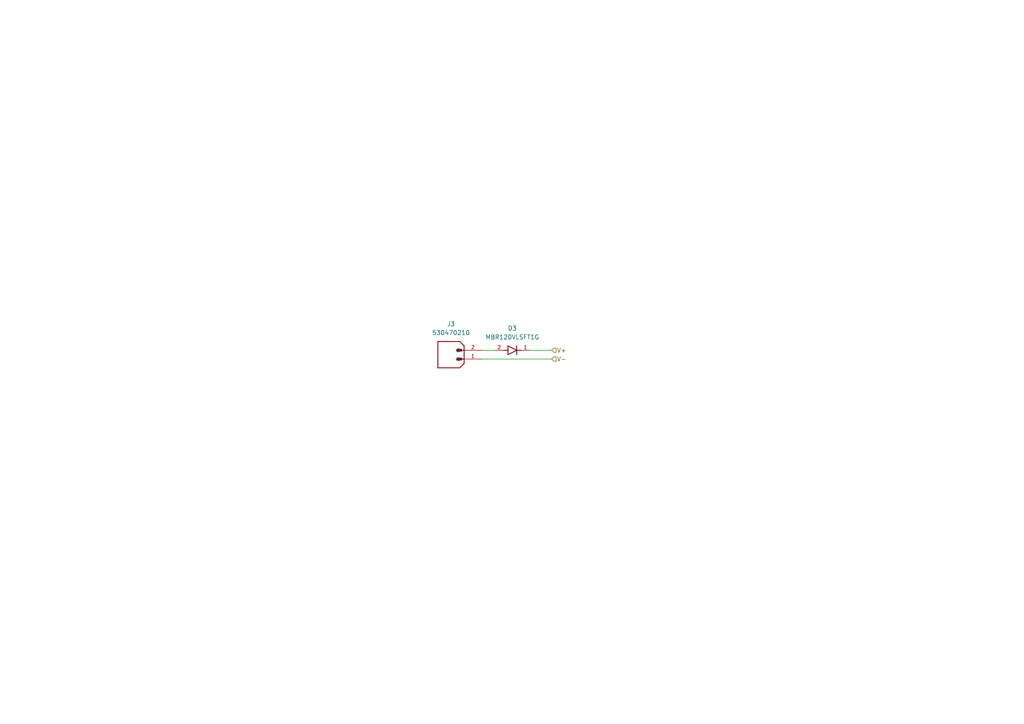
<source format=kicad_sch>
(kicad_sch (version 20250114) (generator "eeschema") (generator_version "9.0")
  (paper "A4")
  (lib_symbols
    (symbol "530470210:530470210" (pin_names (offset 1.016))
      (property "Reference" "J" (at 0 3.81 0))
      (property "Value" "530470210" (at 0 -7.62 0))
      (symbol "530470210_0_0"
        (polyline (pts (xy 0 1.27) (xy 0 -3.81)) (stroke (width 0.254)))
        (polyline (pts (xy 0 1.27) (xy 1.27 2.54)) (stroke (width 0.254)))
        (polyline (pts (xy 0 0) (xy 1.905 0)) (stroke (width 0.254)))
        (polyline (pts (xy 0 -2.54) (xy 1.905 -2.54)) (stroke (width 0.254)))
        (polyline (pts (xy 0 -3.81) (xy 1.27 -5.08)) (stroke (width 0.254)))
        (rectangle (start 0.635 -0.3175) (end 2.2225 0.3175) (stroke (width 0.1)) (fill (type outline)))
        (rectangle (start 0.635 -2.8575) (end 2.2225 -2.2225) (stroke (width 0.1)) (fill (type outline)))
        (polyline (pts (xy 1.27 -5.08) (xy 7.62 -5.08)) (stroke (width 0.254)))
        (polyline (pts (xy 7.62 2.54) (xy 1.27 2.54)) (stroke (width 0.254)))
        (polyline (pts (xy 7.62 -5.08) (xy 7.62 2.54)) (stroke (width 0.254)))
        (pin passive line (at -5.08 0 0) (length 5.08) (name "1") (number "1"))
        (pin passive line (at -5.08 -2.54 0) (length 5.08) (name "2") (number "2"))
      )
    )
    (symbol "MBR120VLSFT1G:MBR120VLSFT1G" (pin_names (offset 1.016))
      (property "Reference" "D" (at -5.08 2.54 0))
      (property "Value" "MBR120VLSFT1G" (at -5.08 -3.81 0))
      (symbol "MBR120VLSFT1G_0_0"
        (polyline (pts (xy -2.54 0) (xy -1.27 0)) (stroke (width 0.254)))
        (polyline (pts (xy -1.27 1.27) (xy -1.27 -1.27)) (stroke (width 0.254)))
        (polyline (pts (xy -1.27 -1.27) (xy 1.27 0)) (stroke (width 0.254)))
        (polyline (pts (xy 1.27 1.27) (xy 1.27 -1.27)) (stroke (width 0.254)))
        (polyline (pts (xy 1.27 0) (xy -1.27 1.27)) (stroke (width 0.254)))
        (polyline (pts (xy 1.27 0) (xy 2.54 0)) (stroke (width 0.254)))
        (pin passive line (at -5.08 0 0) (length 2.54) (name "~") (number "2"))
        (pin passive line (at 5.08 0 180) (length 2.54) (name "~") (number "1"))
      )
    )
  )
  (wire (pts (xy 139.7 104.14) (xy 160.02 104.14)))
  (wire (pts (xy 153.67 101.6) (xy 160.02 101.6)))
  (wire (pts (xy 139.7 101.6) (xy 143.51 101.6)))
  (hierarchical_label "V-" (shape input) (at 160.02 104.14 0))
  (hierarchical_label "V+" (shape input) (at 160.02 101.6 0))
  (symbol (lib_id "MBR120VLSFT1G:MBR120VLSFT1G") (at 148.59 101.6 0) (unit 1)
    (property "Reference" "D?" (at 148.59 95.25 0))
    (property "Value" "MBR120VLSFT1G" (at 148.59 97.79 0))
    (property "Footprint" "MBR120VLSFT1G:DIOM3616X98N" (effects (hide yes)))
    (property "PARTREV" "5/10/2013" (effects (hide yes)))
    (property "STANDARD" "IPC-7351B" (effects (hide yes)))
    (property "MAXIMUM_PACKAGE_HEIGHT" "0.98 mm" (effects (hide yes)))
    (property "MANUFACTURER" "ON SEMICONDUCTOR" (effects (hide yes)))
    (instances (project "eps" (path "" (reference "D3") (unit 1)) (path "" (reference "D2") (unit 1)) (path "" (reference "D?") (unit 1)) (path "" (reference "D6") (unit 1)) (path "" (reference "D5") (unit 1)) (path "" (reference "D4") (unit 1))))
  )
  (symbol (lib_id "530470210:530470210") (at 134.62 104.14 180) (unit 1)
    (property "Reference" "J?" (at 130.81 93.98 0))
    (property "Value" "530470210" (at 130.81 96.52 0))
    (property "Footprint" "530470210:MOLEX_530470210" (effects (hide yes)))
    (property "MF" "Molex" (effects (hide yes)))
    (property "MAXIMUM_PACKAGE_HEIGHT" "4.2 mm" (effects (hide yes)))
    (property "Package" "None" (effects (hide yes)))
    (property "Price" "None" (effects (hide yes)))
    (property "Check_prices" "https://www.snapeda.com/parts/530470210/Molex/view-part/?ref=eda" (effects (hide yes)))
    (property "STANDARD" "Manufacturer Recommendations" (effects (hide yes)))
    (property "PARTREV" "A" (effects (hide yes)))
    (property "SnapEDA_Link" "https://www.snapeda.com/parts/530470210/Molex/view-part/?ref=snap" (effects (hide yes)))
    (property "MP" "530470210" (effects (hide yes)))
    (property "Description_1" "Connector Header Through Hole 2 position 0.049 (1.25mm)" (effects (hide yes)))
    (property "Availability" "In Stock" (effects (hide yes)))
    (property "MANUFACTURER" "Molex" (effects (hide yes)))
    (instances (project "eps" (path "" (reference "J3") (unit 1)) (path "" (reference "J2") (unit 1)) (path "" (reference "J?") (unit 1)) (path "" (reference "J6") (unit 1)) (path "" (reference "J5") (unit 1)) (path "" (reference "J4") (unit 1))))
  )
)
</source>
